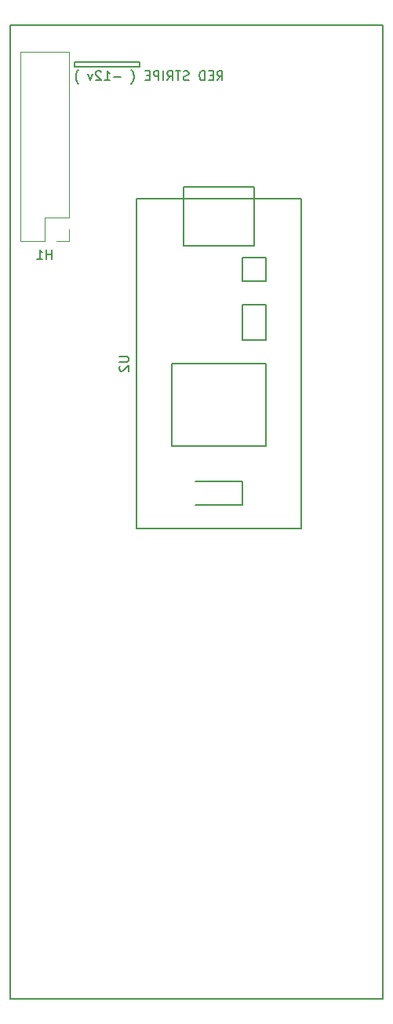
<source format=gbr>
%TF.GenerationSoftware,KiCad,Pcbnew,(5.0.1)-3*%
%TF.CreationDate,2019-04-27T14:03:59+01:00*%
%TF.ProjectId,Fractional clock divider bottom board,4672616374696F6E616C20636C6F636B,rev?*%
%TF.SameCoordinates,Original*%
%TF.FileFunction,Legend,Bot*%
%TF.FilePolarity,Positive*%
%FSLAX46Y46*%
G04 Gerber Fmt 4.6, Leading zero omitted, Abs format (unit mm)*
G04 Created by KiCad (PCBNEW (5.0.1)-3) date 27/04/2019 14:03:59*
%MOMM*%
%LPD*%
G01*
G04 APERTURE LIST*
%ADD10C,0.200000*%
%ADD11C,0.150000*%
%ADD12C,0.120000*%
G04 APERTURE END LIST*
D10*
X83833333Y-20952380D02*
X84166666Y-20476190D01*
X84404761Y-20952380D02*
X84404761Y-19952380D01*
X84023809Y-19952380D01*
X83928571Y-20000000D01*
X83880952Y-20047619D01*
X83833333Y-20142857D01*
X83833333Y-20285714D01*
X83880952Y-20380952D01*
X83928571Y-20428571D01*
X84023809Y-20476190D01*
X84404761Y-20476190D01*
X83404761Y-20428571D02*
X83071428Y-20428571D01*
X82928571Y-20952380D02*
X83404761Y-20952380D01*
X83404761Y-19952380D01*
X82928571Y-19952380D01*
X82500000Y-20952380D02*
X82500000Y-19952380D01*
X82261904Y-19952380D01*
X82119047Y-20000000D01*
X82023809Y-20095238D01*
X81976190Y-20190476D01*
X81928571Y-20380952D01*
X81928571Y-20523809D01*
X81976190Y-20714285D01*
X82023809Y-20809523D01*
X82119047Y-20904761D01*
X82261904Y-20952380D01*
X82500000Y-20952380D01*
X80785714Y-20904761D02*
X80642857Y-20952380D01*
X80404761Y-20952380D01*
X80309523Y-20904761D01*
X80261904Y-20857142D01*
X80214285Y-20761904D01*
X80214285Y-20666666D01*
X80261904Y-20571428D01*
X80309523Y-20523809D01*
X80404761Y-20476190D01*
X80595238Y-20428571D01*
X80690476Y-20380952D01*
X80738095Y-20333333D01*
X80785714Y-20238095D01*
X80785714Y-20142857D01*
X80738095Y-20047619D01*
X80690476Y-20000000D01*
X80595238Y-19952380D01*
X80357142Y-19952380D01*
X80214285Y-20000000D01*
X79928571Y-19952380D02*
X79357142Y-19952380D01*
X79642857Y-20952380D02*
X79642857Y-19952380D01*
X78452380Y-20952380D02*
X78785714Y-20476190D01*
X79023809Y-20952380D02*
X79023809Y-19952380D01*
X78642857Y-19952380D01*
X78547619Y-20000000D01*
X78500000Y-20047619D01*
X78452380Y-20142857D01*
X78452380Y-20285714D01*
X78500000Y-20380952D01*
X78547619Y-20428571D01*
X78642857Y-20476190D01*
X79023809Y-20476190D01*
X78023809Y-20952380D02*
X78023809Y-19952380D01*
X77547619Y-20952380D02*
X77547619Y-19952380D01*
X77166666Y-19952380D01*
X77071428Y-20000000D01*
X77023809Y-20047619D01*
X76976190Y-20142857D01*
X76976190Y-20285714D01*
X77023809Y-20380952D01*
X77071428Y-20428571D01*
X77166666Y-20476190D01*
X77547619Y-20476190D01*
X76547619Y-20428571D02*
X76214285Y-20428571D01*
X76071428Y-20952380D02*
X76547619Y-20952380D01*
X76547619Y-19952380D01*
X76071428Y-19952380D01*
X74595238Y-21333333D02*
X74642857Y-21285714D01*
X74738095Y-21142857D01*
X74785714Y-21047619D01*
X74833333Y-20904761D01*
X74880952Y-20666666D01*
X74880952Y-20476190D01*
X74833333Y-20238095D01*
X74785714Y-20095238D01*
X74738095Y-20000000D01*
X74642857Y-19857142D01*
X74595238Y-19809523D01*
X73452380Y-20571428D02*
X72690476Y-20571428D01*
X71690476Y-20952380D02*
X72261904Y-20952380D01*
X71976190Y-20952380D02*
X71976190Y-19952380D01*
X72071428Y-20095238D01*
X72166666Y-20190476D01*
X72261904Y-20238095D01*
X71309523Y-20047619D02*
X71261904Y-20000000D01*
X71166666Y-19952380D01*
X70928571Y-19952380D01*
X70833333Y-20000000D01*
X70785714Y-20047619D01*
X70738095Y-20142857D01*
X70738095Y-20238095D01*
X70785714Y-20380952D01*
X71357142Y-20952380D01*
X70738095Y-20952380D01*
X70404761Y-20285714D02*
X70166666Y-20952380D01*
X69928571Y-20285714D01*
X68880952Y-21333333D02*
X68833333Y-21285714D01*
X68738095Y-21142857D01*
X68690476Y-21047619D01*
X68642857Y-20904761D01*
X68595238Y-20666666D01*
X68595238Y-20476190D01*
X68642857Y-20238095D01*
X68690476Y-20095238D01*
X68738095Y-20000000D01*
X68833333Y-19857142D01*
X68880952Y-19809523D01*
X75500000Y-19500000D02*
X75500000Y-19000000D01*
X68500000Y-19500000D02*
X75500000Y-19500000D01*
X68500000Y-19000000D02*
X68500000Y-19500000D01*
X68500000Y-19500000D02*
X68500000Y-19000000D01*
X68500000Y-19000000D02*
X75500000Y-19000000D01*
D11*
X61500000Y-120000000D02*
X101750000Y-120000000D01*
X101750000Y-15000000D02*
X101750000Y-120000000D01*
X61500000Y-15000000D02*
X61500000Y-120000000D01*
X61500000Y-15000000D02*
X101750000Y-15000000D01*
D12*
X62630000Y-38330000D02*
X65230000Y-38330000D01*
X62630000Y-38330000D02*
X62630000Y-17890000D01*
X62630000Y-17890000D02*
X67830000Y-17890000D01*
X67830000Y-35730000D02*
X67830000Y-17890000D01*
X65230000Y-35730000D02*
X67830000Y-35730000D01*
X65230000Y-38330000D02*
X65230000Y-35730000D01*
X67830000Y-38330000D02*
X67830000Y-37000000D01*
X66500000Y-38330000D02*
X67830000Y-38330000D01*
D11*
X87810000Y-33720000D02*
X87810000Y-32450000D01*
X87810000Y-32450000D02*
X80190000Y-32450000D01*
X80190000Y-32450000D02*
X80190000Y-33720000D01*
X89080000Y-45150000D02*
X89080000Y-48960000D01*
X89080000Y-48960000D02*
X86540000Y-48960000D01*
X86540000Y-48960000D02*
X86540000Y-45150000D01*
X86540000Y-45150000D02*
X89080000Y-45150000D01*
X87810000Y-38800000D02*
X80190000Y-38800000D01*
X80190000Y-38800000D02*
X80190000Y-33720000D01*
X87810000Y-38800000D02*
X87810000Y-33720000D01*
X89080000Y-40070000D02*
X89080000Y-42610000D01*
X89080000Y-42610000D02*
X86540000Y-42610000D01*
X86540000Y-42610000D02*
X86540000Y-40070000D01*
X86540000Y-40070000D02*
X89080000Y-40070000D01*
X81460000Y-66740000D02*
X86540000Y-66740000D01*
X86540000Y-66740000D02*
X86540000Y-64200000D01*
X86540000Y-64200000D02*
X81460000Y-64200000D01*
X89080000Y-60390000D02*
X78920000Y-60390000D01*
X78920000Y-51500000D02*
X89080000Y-51500000D01*
X78920000Y-60390000D02*
X78920000Y-51500000D01*
X89080000Y-60390000D02*
X89080000Y-51500000D01*
X75110000Y-33720000D02*
X75110000Y-69280000D01*
X75110000Y-69280000D02*
X92890000Y-69280000D01*
X92890000Y-69280000D02*
X92890000Y-33720000D01*
X92890000Y-33720000D02*
X75110000Y-33720000D01*
X65991904Y-40222380D02*
X65991904Y-39222380D01*
X65991904Y-39698571D02*
X65420476Y-39698571D01*
X65420476Y-40222380D02*
X65420476Y-39222380D01*
X64420476Y-40222380D02*
X64991904Y-40222380D01*
X64706190Y-40222380D02*
X64706190Y-39222380D01*
X64801428Y-39365238D01*
X64896666Y-39460476D01*
X64991904Y-39508095D01*
X73292380Y-50738095D02*
X74101904Y-50738095D01*
X74197142Y-50785714D01*
X74244761Y-50833333D01*
X74292380Y-50928571D01*
X74292380Y-51119047D01*
X74244761Y-51214285D01*
X74197142Y-51261904D01*
X74101904Y-51309523D01*
X73292380Y-51309523D01*
X73387619Y-51738095D02*
X73340000Y-51785714D01*
X73292380Y-51880952D01*
X73292380Y-52119047D01*
X73340000Y-52214285D01*
X73387619Y-52261904D01*
X73482857Y-52309523D01*
X73578095Y-52309523D01*
X73720952Y-52261904D01*
X74292380Y-51690476D01*
X74292380Y-52309523D01*
M02*

</source>
